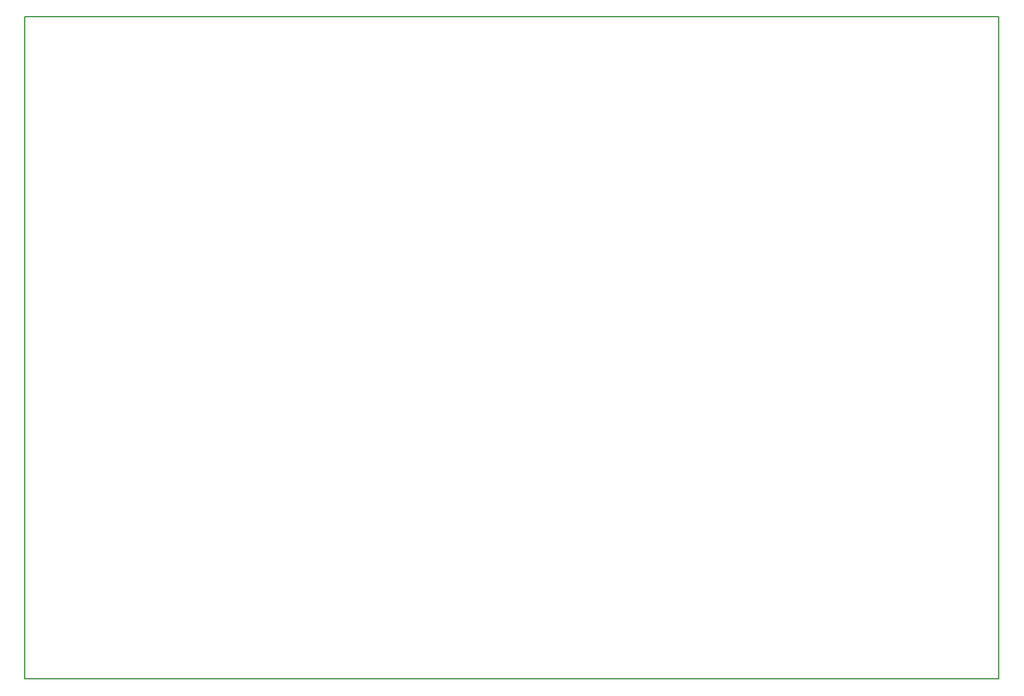
<source format=gbr>
%TF.GenerationSoftware,KiCad,Pcbnew,(5.1.9-0-10_14)*%
%TF.CreationDate,2021-03-06T16:34:47+01:00*%
%TF.ProjectId,Breadboard,42726561-6462-46f6-9172-642e6b696361,rev?*%
%TF.SameCoordinates,Original*%
%TF.FileFunction,OtherDrawing,Comment*%
%FSLAX46Y46*%
G04 Gerber Fmt 4.6, Leading zero omitted, Abs format (unit mm)*
G04 Created by KiCad (PCBNEW (5.1.9-0-10_14)) date 2021-03-06 16:34:47*
%MOMM*%
%LPD*%
G01*
G04 APERTURE LIST*
%ADD10C,0.150000*%
G04 APERTURE END LIST*
D10*
X198628000Y-135636000D02*
X198628000Y-44704000D01*
X65024000Y-135636000D02*
X65024000Y-44704000D01*
X65024000Y-135636000D02*
X198628000Y-135636000D01*
X198628000Y-44704000D02*
X65024000Y-44704000D01*
M02*

</source>
